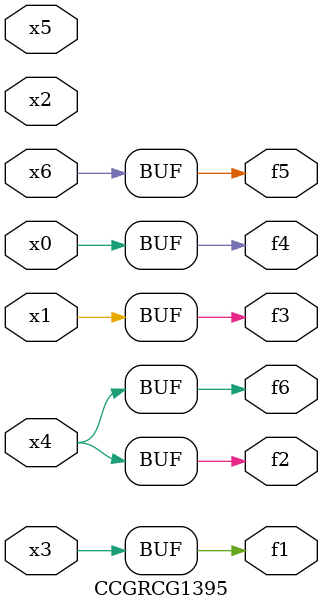
<source format=v>
module CCGRCG1395(
	input x0, x1, x2, x3, x4, x5, x6,
	output f1, f2, f3, f4, f5, f6
);
	assign f1 = x3;
	assign f2 = x4;
	assign f3 = x1;
	assign f4 = x0;
	assign f5 = x6;
	assign f6 = x4;
endmodule

</source>
